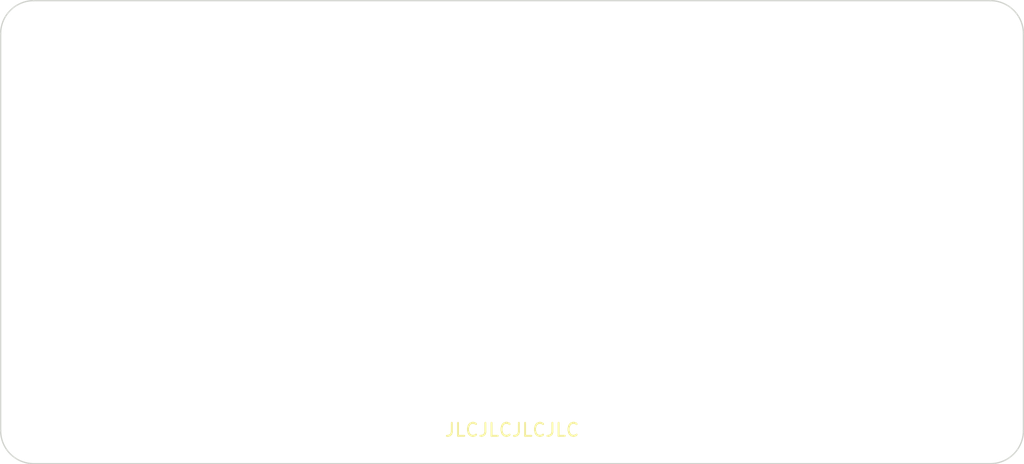
<source format=kicad_pcb>
(kicad_pcb (version 20211014) (generator pcbnew)
  (layers (0 "F.Cu" signal) (31 "B.Cu" signal) (34 "B.Paste" user) (35 "F.Paste" user) (36 "B.SilkS" user "B.Silkscreen") (37 "F.SilkS" user "F.Silkscreen") (38 "B.Mask" user) (39 "F.Mask" user) (44 "Edge.Cuts" user))
  (net 0 "")
  (footprint "MountingHole:MountingHole_2.2mm_M2" (layer "F.Cu") (at 81.8896 54.102)
    (fp_text reference "H1" hide)
    (fp_text value "MountingHole" hide)
    (pad "" np_thru_hole circle (at 0 0) (size 2.2 2.2) (drill 2.2) (layers F&B.Cu *.Mask))
  )
  (footprint "MountingHole:MountingHole_2.2mm_M2" (layer "F.Cu") (at 155.2956 54.083949)
    (fp_text reference "H2" hide)
    (fp_text value "MountingHole" hide)
    (pad "" np_thru_hole circle (at 0 0) (size 2.2 2.2) (drill 2.2) (layers *.Cu *.Mask))
  )
  (footprint "MountingHole:MountingHole_2.2mm_M2" (layer "F.Cu") (at 155.2956 84.563949)
    (fp_text reference "H4" hide)
    (fp_text value "MountingHole" hide)
    (pad "" np_thru_hole circle (at 0 0) (size 2.2 2.2) (drill 2.2) (layers *.Cu *.Mask))
  )
  (footprint "MountingHole:MountingHole_2.2mm_M2" (layer "F.Cu") (at 81.8896 84.582)
    (fp_text reference "H3" hide)
    (fp_text value "MountingHole" hide)
    (pad "" np_thru_hole circle (at 0 0) (size 2.2 2.2) (drill 2.2) (layers *.Cu *.Mask))
  )
  (gr_arc (start 79.3496 54.102) (mid 80.093549 52.305949) (end 81.8896 51.562) (layer "Edge.Cuts") (width 0.1))
  (gr_arc (start 81.8896 87.122) (mid 80.093549 86.378051) (end 79.3496 84.582) (layer "Edge.Cuts") (width 0.1))
  (gr_line (start 79.3496 84.582) (end 79.3496 54.102) (layer "Edge.Cuts") (width 0.1))
  (gr_line (start 157.817549 54.102) (end 157.817549 84.582) (layer "Edge.Cuts") (width 0.1))
  (gr_line (start 155.277549 87.122) (end 81.8896 87.122) (layer "Edge.Cuts") (width 0.1))
  (gr_arc (start 157.817549 84.582) (mid 157.073603 86.378069) (end 155.277549 87.122) (layer "Edge.Cuts") (width 0.1))
  (gr_arc (start 155.277549 51.562) (mid 157.073569 52.305966) (end 157.817549 54.102) (layer "Edge.Cuts") (width 0.1))
  (gr_line (start 81.8896 51.562) (end 155.277549 51.562) (layer "Edge.Cuts") (width 0.1))
  (gr_text "JLCJLCJLCJLC" (at 118.583574 84.5312) (layer "F.SilkS") (effects (font (size 1 1))))
)
</source>
